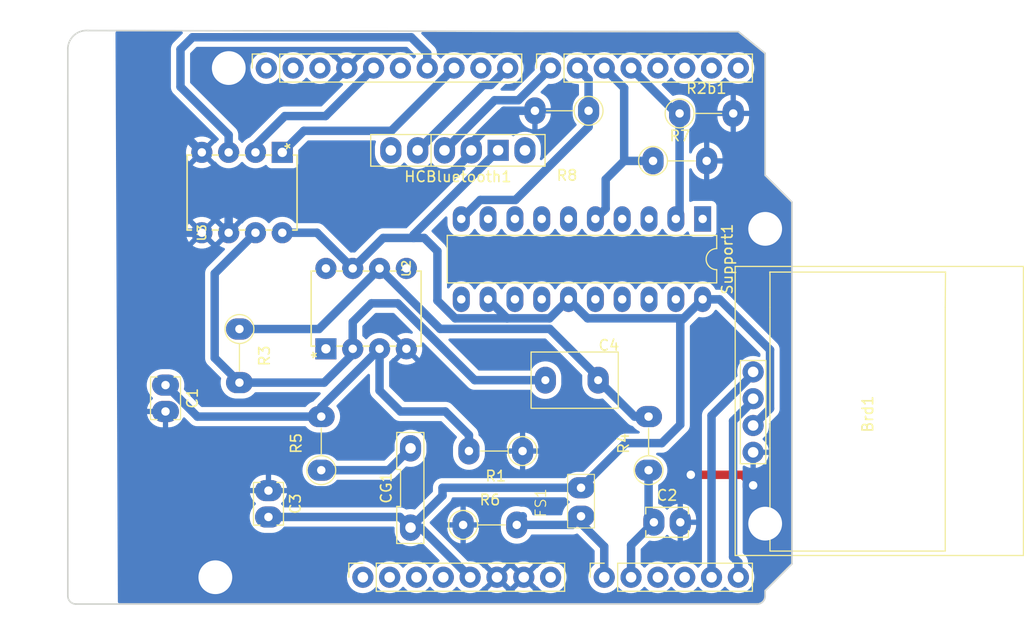
<source format=kicad_pcb>
(kicad_pcb (version 20221018) (generator pcbnew)
  (title_block (date "mar. 31 mars 2015"))
  (layers (0 "F.Cu" signal) (31 "B.Cu" signal) (34 "B.Paste" user) (35 "F.Paste" user) (36 "B.SilkS" user "B.Silkscreen") (37 "F.SilkS" user "F.Silkscreen") (38 "B.Mask" user) (39 "F.Mask" user) (44 "Edge.Cuts" user))
  (net 0 "")
  (net 1 "GND")
  (net 3 "+5V")
  (net 4 "/IOREF")
  (net 5 "/A0")
  (net 6 "/A1")
  (net 7 "/A2")
  (net 8 "/A3")
  (net 9 "/SDA{slash}A4")
  (net 10 "/SCL{slash}A5")
  (net 11 "/13")
  (net 12 "/12")
  (net 13 "/AREF")
  (net 14 "/8")
  (net 15 "/7")
  (net 16 "/*11")
  (net 17 "/*10")
  (net 18 "/*9")
  (net 19 "/4")
  (net 20 "/2")
  (net 21 "/*6")
  (net 22 "/*5")
  (net 23 "/TX{slash}1")
  (net 24 "/*3")
  (net 25 "/RX{slash}0")
  (net 26 "+3V3")
  (net 27 "VCC")
  (net 28 "/~{RESET}")
  (net 29 "Net-(U2-+IN)")
  (net 30 "Net-(U2-OUT)")
  (net 31 "/R2")
  (net 34 "Net-(CG1-Vout)")
  (footprint "Connector_PinSocket_2.54mm:PinSocket_1x08_P2.54mm_Vertical" (layer "F.Cu") (at 127.94 97.46 90)
    (fp_text reference "J1" hide)
    (fp_text value "Power")
    (fp_line (start -1.33 1.27) (end -1.33 19.11) (stroke (width 0.12)) (layer "F.SilkS"))
    (fp_line (start -1.33 1.27) (end 1.33 1.27) (stroke (width 0.12)) (layer "F.SilkS"))
    (fp_line (start -1.33 19.11) (end 1.33 19.11) (stroke (width 0.12)) (layer "F.SilkS"))
    (fp_line (start 0 -1.33) (end 1.33 -1.33) (stroke (width 0.12)) (layer "F.SilkS"))
    (fp_line (start 1.33 -1.33) (end 1.33 0) (stroke (width 0.12)) (layer "F.SilkS"))
    (fp_line (start 1.33 1.27) (end 1.33 19.11) (stroke (width 0.12)) (layer "F.SilkS"))
    (pad "1" thru_hole circle locked (at 0 0 90) (size 2 2) (drill 1) (layers "*.Cu" "*.Mask"))
    (pad "2" thru_hole circle locked (at 0 2.54 90) (size 2 2) (drill 1) (layers "*.Cu" "*.Mask") (net 4 "/IOREF"))
    (pad "3" thru_hole circle locked (at 0 5.08 90) (size 2 2) (drill 1) (layers "*.Cu" "*.Mask") (net 28 "/~{RESET}"))
    (pad "4" thru_hole circle locked (at 0 7.62 90) (size 2 2) (drill 1) (layers "*.Cu" "*.Mask") (net 26 "+3V3"))
    (pad "5" thru_hole circle locked (at 0 10.16 90) (size 2 2) (drill 1) (layers "*.Cu" "*.Mask") (net 3 "+5V"))
    (pad "6" thru_hole circle locked (at 0 12.7 90) (size 2 2) (drill 1) (layers "*.Cu" "*.Mask") (net 1 "GND"))
    (pad "7" thru_hole circle locked (at 0 15.24 90) (size 2 2) (drill 1) (layers "*.Cu" "*.Mask") (net 1 "GND"))
    (pad "8" thru_hole circle locked (at 0 17.78 90) (size 2 2) (drill 1) (layers "*.Cu" "*.Mask") (net 27 "VCC"))
  )
  (footprint "Connector_PinSocket_2.54mm:PinSocket_1x06_P2.54mm_Vertical" (layer "F.Cu") (at 150.8 97.46 90)
    (fp_text reference "J3" hide)
    (fp_text value "Analog")
    (fp_line (start -1.33 1.27) (end -1.33 14.03) (stroke (width 0.12)) (layer "F.SilkS"))
    (fp_line (start -1.33 1.27) (end 1.33 1.27) (stroke (width 0.12)) (layer "F.SilkS"))
    (fp_line (start -1.33 14.03) (end 1.33 14.03) (stroke (width 0.12)) (layer "F.SilkS"))
    (fp_line (start 0 -1.33) (end 1.33 -1.33) (stroke (width 0.12)) (layer "F.SilkS"))
    (fp_line (start 1.33 -1.33) (end 1.33 0) (stroke (width 0.12)) (layer "F.SilkS"))
    (fp_line (start 1.33 1.27) (end 1.33 14.03) (stroke (width 0.12)) (layer "F.SilkS"))
    (pad "1" thru_hole circle locked (at 0 0 90) (size 2 2) (drill 1) (layers "*.Cu" "*.Mask") (net 5 "/A0"))
    (pad "2" thru_hole circle locked (at 0 2.54 90) (size 2 2) (drill 1) (layers "*.Cu" "*.Mask") (net 6 "/A1"))
    (pad "3" thru_hole circle locked (at 0 5.08 90) (size 2 2) (drill 1) (layers "*.Cu" "*.Mask") (net 7 "/A2"))
    (pad "4" thru_hole circle locked (at 0 7.62 90) (size 2 2) (drill 1) (layers "*.Cu" "*.Mask") (net 8 "/A3"))
    (pad "5" thru_hole circle locked (at 0 10.16 90) (size 2 2) (drill 1) (layers "*.Cu" "*.Mask") (net 9 "/SDA{slash}A4"))
    (pad "6" thru_hole circle locked (at 0 12.7 90) (size 2 2) (drill 1) (layers "*.Cu" "*.Mask") (net 10 "/SCL{slash}A5"))
  )
  (footprint "Connector_PinSocket_2.54mm:PinSocket_1x10_P2.54mm_Vertical" (layer "F.Cu") (at 118.796 49.2 90)
    (fp_text reference "J2" hide)
    (fp_text value "Digital/PWM")
    (fp_line (start -1.33 1.27) (end -1.33 24.19) (stroke (width 0.12)) (layer "F.SilkS"))
    (fp_line (start -1.33 1.27) (end 1.33 1.27) (stroke (width 0.12)) (layer "F.SilkS"))
    (fp_line (start -1.33 24.19) (end 1.33 24.19) (stroke (width 0.12)) (layer "F.SilkS"))
    (fp_line (start 0 -1.33) (end 1.33 -1.33) (stroke (width 0.12)) (layer "F.SilkS"))
    (fp_line (start 1.33 -1.33) (end 1.33 0) (stroke (width 0.12)) (layer "F.SilkS"))
    (fp_line (start 1.33 1.27) (end 1.33 24.19) (stroke (width 0.12)) (layer "F.SilkS"))
    (pad "1" thru_hole circle locked (at 0 0 90) (size 2 2) (drill 1) (layers "*.Cu" "*.Mask") (net 10 "/SCL{slash}A5"))
    (pad "2" thru_hole circle locked (at 0 2.54 90) (size 2 2) (drill 1) (layers "*.Cu" "*.Mask") (net 9 "/SDA{slash}A4"))
    (pad "3" thru_hole circle locked (at 0 5.08 90) (size 2 2) (drill 1) (layers "*.Cu" "*.Mask") (net 13 "/AREF"))
    (pad "4" thru_hole circle locked (at 0 7.62 90) (size 2 2) (drill 1) (layers "*.Cu" "*.Mask") (net 1 "GND"))
    (pad "5" thru_hole circle locked (at 0 10.16 90) (size 2 2) (drill 1) (layers "*.Cu" "*.Mask") (net 11 "/13"))
    (pad "6" thru_hole circle locked (at 0 12.7 90) (size 2 2) (drill 1) (layers "*.Cu" "*.Mask") (net 12 "/12"))
    (pad "7" thru_hole circle locked (at 0 15.24 90) (size 2 2) (drill 1) (layers "*.Cu" "*.Mask") (net 16 "/*11"))
    (pad "8" thru_hole circle locked (at 0 17.78 90) (size 2 2) (drill 1) (layers "*.Cu" "*.Mask") (net 17 "/*10"))
    (pad "9" thru_hole circle locked (at 0 20.32 90) (size 2 2) (drill 1) (layers "*.Cu" "*.Mask") (net 18 "/*9"))
    (pad "10" thru_hole circle locked (at 0 22.86 90) (size 2 2) (drill 1) (layers "*.Cu" "*.Mask") (net 14 "/8"))
  )
  (footprint "Connector_PinSocket_2.54mm:PinSocket_1x08_P2.54mm_Vertical" (layer "F.Cu") (at 145.72 49.2 90)
    (fp_text reference "J4" hide)
    (fp_text value "Digital/PWM")
    (fp_line (start -1.33 1.27) (end -1.33 19.11) (stroke (width 0.12)) (layer "F.SilkS"))
    (fp_line (start -1.33 1.27) (end 1.33 1.27) (stroke (width 0.12)) (layer "F.SilkS"))
    (fp_line (start -1.33 19.11) (end 1.33 19.11) (stroke (width 0.12)) (layer "F.SilkS"))
    (fp_line (start 0 -1.33) (end 1.33 -1.33) (stroke (width 0.12)) (layer "F.SilkS"))
    (fp_line (start 1.33 -1.33) (end 1.33 0) (stroke (width 0.12)) (layer "F.SilkS"))
    (fp_line (start 1.33 1.27) (end 1.33 19.11) (stroke (width 0.12)) (layer "F.SilkS"))
    (pad "1" thru_hole circle locked (at 0 0 90) (size 2 2) (drill 1) (layers "*.Cu" "*.Mask") (net 15 "/7"))
    (pad "2" thru_hole circle locked (at 0 2.54 90) (size 2 2) (drill 1) (layers "*.Cu" "*.Mask") (net 21 "/*6"))
    (pad "3" thru_hole circle locked (at 0 5.08 90) (size 2 2) (drill 1) (layers "*.Cu" "*.Mask") (net 22 "/*5"))
    (pad "4" thru_hole circle locked (at 0 7.62 90) (size 2 2) (drill 1) (layers "*.Cu" "*.Mask") (net 19 "/4"))
    (pad "5" thru_hole circle locked (at 0 10.16 90) (size 2 2) (drill 1) (layers "*.Cu" "*.Mask") (net 24 "/*3"))
    (pad "6" thru_hole circle locked (at 0 12.7 90) (size 2 2) (drill 1) (layers "*.Cu" "*.Mask") (net 20 "/2"))
    (pad "7" thru_hole circle locked (at 0 15.24 90) (size 2 2) (drill 1) (layers "*.Cu" "*.Mask") (net 23 "/TX{slash}1"))
    (pad "8" thru_hole circle locked (at 0 17.78 90) (size 2 2) (drill 1) (layers "*.Cu" "*.Mask") (net 25 "/RX{slash}0"))
  )
  (footprint "Library_Empreinte:Bluetooth_HC-05" (layer "F.Cu") (at 136.94 57)
    (fp_text reference "HCBluetooth1" (at 0 2.5) (layer "F.SilkS"))
    (fp_text value "~")
    (fp_line (start -8.255 -1.5) (end 8.255 -1.5) (stroke (width 0.12)) (layer "F.SilkS"))
    (fp_line (start -8.255 1.5) (end -8.255 -1.5) (stroke (width 0.12)) (layer "F.SilkS"))
    (fp_line (start -2.54 -1.5) (end -2.54 1.5) (stroke (width 0.12)) (layer "F.SilkS"))
    (fp_line (start 8.255 -1.5) (end 8.255 1.5) (stroke (width 0.12)) (layer "F.SilkS"))
    (fp_line (start 8.255 1.5) (end -8.255 1.5) (stroke (width 0.12)) (layer "F.SilkS"))
    (pad "1" thru_hole oval (at -3.81 0) (size 2 2.5) (drill 1) (layers "*.Cu" "*.Mask") (net 14 "/8"))
    (pad "2" thru_hole oval (at -1.27 0) (size 2 2.5) (drill 1) (layers "*.Cu" "*.Mask") (net 15 "/7"))
    (pad "3" thru_hole oval (at 1.27 0) (size 2 2.5) (drill 1) (layers "*.Cu" "*.Mask") (net 1 "GND"))
    (pad "4" thru_hole rect (at 3.81 0) (size 2 2) (drill 1) (layers "*.Cu" "*.Mask") (net 3 "+5V"))
    (pad "5" thru_hole oval (at -6.35 0) (size 2 2.5) (drill 1) (layers "*.Cu" "*.Mask"))
    (pad "6" thru_hole oval (at 6.35 0) (size 2 2.5) (drill 1) (layers "*.Cu" "*.Mask"))
  )
  (footprint "Library_Empreinte:LTC" (layer "F.Cu") (at 132.06 68.19 90)
    (fp_text reference "U2" (at 0 0 90) (layer "F.SilkS") (effects (font (size 0.787402 0.787402))))
    (fp_text value "LTC1050ACN8")
    (fp_text user "*" (at -8.2042 -8.4328 90) (layer "F.SilkS"))
    (fp_line (start -7.366 -9.017) (end -7.366 -8.6614) (stroke (width 0.1524)) (layer "F.SilkS"))
    (fp_line (start -7.366 -6.5786) (end -7.366 -6.0706) (stroke (width 0.1524)) (layer "F.SilkS"))
    (fp_line (start -7.366 -4.0894) (end -7.366 -3.5306) (stroke (width 0.1524)) (layer "F.SilkS"))
    (fp_line (start -7.366 -1.5494) (end -7.366 -0.9906) (stroke (width 0.1524)) (layer "F.SilkS"))
    (fp_line (start -7.366 0.9906) (end -7.366 1.397) (stroke (width 0.1524)) (layer "F.SilkS"))
    (fp_line (start -7.366 1.397) (end -0.254 1.397) (stroke (width 0.1524)) (layer "F.SilkS"))
    (fp_line (start -0.254 -9.017) (end -7.366 -9.017) (stroke (width 0.1524)) (layer "F.SilkS"))
    (fp_line (start -0.254 -8.6106) (end -0.254 -9.017) (stroke (width 0.1524)) (layer "F.SilkS"))
    (fp_line (start -0.254 -6.0706) (end -0.254 -6.6294) (stroke (width 0.1524)) (layer "F.SilkS"))
    (fp_line (start -0.254 -3.5306) (end -0.254 -4.0894) (stroke (width 0.1524)) (layer "F.SilkS"))
    (fp_line (start -0.254 -0.9906) (end -0.254 -1.5494) (stroke (width 0.1524)) (layer "F.SilkS"))
    (fp_line (start -0.254 1.397) (end -0.254 0.9906) (stroke (width 0.1524)) (layer "F.SilkS"))
    (pad "1" thru_hole rect (at -7.62 -7.62 90) (size 2 2) (drill 0.889) (layers "*.Cu" "*.Mask"))
    (pad "2" thru_hole circle (at -7.62 -5.08 90) (size 2 2) (drill 0.8) (layers "*.Cu" "*.Mask") (net 31 "/R2"))
    (pad "3" thru_hole circle (at -7.62 -2.54 90) (size 2 2) (drill 0.8) (layers "*.Cu" "*.Mask") (net 29 "Net-(U2-+IN)"))
    (pad "4" thru_hole circle (at -7.62 0 90) (size 2 2) (drill 0.8) (layers "*.Cu" "*.Mask") (net 1 "GND"))
    (pad "5" thru_hole circle (at 0 0 90) (size 2 2) (drill 0.8) (layers "*.Cu" "*.Mask"))
    (pad "6" thru_hole circle (at 0 -2.54 90) (size 2 2) (drill 0.8) (layers "*.Cu" "*.Mask") (net 30 "Net-(U2-OUT)"))
    (pad "7" thru_hole circle (at 0 -5.08 90) (size 2 2) (drill 0.8) (layers "*.Cu" "*.Mask") (net 3 "+5V"))
    (pad "8" thru_hole circle (at 0 -7.62 90) (size 2 2) (drill 0.8) (layers "*.Cu" "*.Mask"))
  )
  (footprint "Library_Empreinte:C4" (layer "F.Cu") (at 147.6825 76.2415)
    (fp_text reference "C4" (at 3.556 -0.762 unlocked) (layer "F.SilkS"))
    (fp_text value "C")
    (fp_rect (start -3.81 -0.127) (end 4.445 5.207) (stroke (width 0.12)) (fill none) (layer "F.SilkS"))
    (pad "1" thru_hole oval (at -2.46 2.54) (size 2 2.54) (drill 0.762) (layers "*.Cu" "*.Mask") (net 31 "/R2"))
    (pad "2" thru_hole oval (at 2.54 2.54) (size 2 2.54) (drill 0.762) (layers "*.Cu" "*.Mask") (net 30 "Net-(U2-OUT)"))
  )
  (footprint "Resistor_THT:R_Axial_DIN0207_L6.3mm_D2.5mm_P5.08mm_Vertical" (layer "F.Cu") (at 155 87.315 90)
    (fp_text reference "R4" (at 2.54 -2.37 90) (layer "F.SilkS"))
    (fp_text value "R" hide)
    (fp_line (start 1.37 0) (end 3.98 0) (stroke (width 0.12)) (layer "F.SilkS"))
    (fp_circle (center 0 0) (end 1.37 0) (stroke (width 0.12)) (fill none) (layer "F.SilkS"))
    (pad "1" thru_hole oval (at 0 0 90) (size 2 2.54) (drill 0.8) (layers "*.Cu" "*.Mask") (net 6 "/A1"))
    (pad "2" thru_hole oval (at 5.08 0 90) (size 2 2.54) (drill 0.8) (layers "*.Cu" "*.Mask") (net 30 "Net-(U2-OUT)"))
  )
  (footprint "Resistor_THT:R_Axial_DIN0207_L6.3mm_D2.5mm_P5.08mm_Vertical" (layer "F.Cu") (at 137.435 92.5)
    (fp_text reference "R6" (at 2.54 -2.37) (layer "F.SilkS"))
    (fp_text value "R")
    (fp_line (start 1.37 0) (end 3.98 0) (stroke (width 0.12)) (layer "F.SilkS"))
    (fp_circle (center 0 0) (end 1.37 0) (stroke (width 0.12)) (fill none) (layer "F.SilkS"))
    (pad "1" thru_hole oval (at 0 0) (size 2 2.54) (drill 0.8) (layers "*.Cu" "*.Mask") (net 1 "GND"))
    (pad "2" thru_hole oval (at 5.08 0) (size 2 2.54) (drill 0.8) (layers "*.Cu" "*.Mask") (net 5 "/A0"))
  )
  (footprint "Library_Empreinte:capa" (layer "F.Cu") (at 109.25 79.25 -90)
    (fp_text reference "C1" (at 1.25 -2.55 90) (layer "F.SilkS"))
    (fp_text value "C")
    (fp_line (start -0.77 -1.42) (end -0.77 -0.795) (stroke (width 0.12)) (layer "F.SilkS"))
    (fp_line (start -0.77 -1.42) (end 3.27 -1.42) (stroke (width 0.12)) (layer "F.SilkS"))
    (fp_line (start -0.77 0.795) (end -0.77 1.42) (stroke (width 0.12)) (layer "F.SilkS"))
    (fp_line (start -0.77 1.42) (end 3.27 1.42) (stroke (width 0.12)) (layer "F.SilkS"))
    (fp_line (start 3.27 -1.42) (end 3.27 -0.795) (stroke (width 0.12)) (layer "F.SilkS"))
    (fp_line (start 3.27 0.795) (end 3.27 1.42) (stroke (width 0.12)) (layer "F.SilkS"))
    (pad "1" thru_hole oval (at 0 0 270) (size 2 2.54) (drill 0.8) (layers "*.Cu" "*.Mask") (net 29 "Net-(U2-+IN)"))
    (pad "2" thru_hole oval (at 2.5 0 270) (size 2 2.54) (drill 0.8) (layers "*.Cu" "*.Mask") (net 1 "GND"))
  )
  (footprint "Library_Empreinte:FlexSensor" (layer "F.Cu") (at 147.33 90.41 90)
    (fp_text reference "FS1" (at 0 -2.54 90 unlocked) (layer "F.SilkS") (effects (font (thickness 0.1))))
    (fp_text value "~")
    (fp_rect (start -2.38 0) (end 2.7 2.54) (stroke (width 0.1)) (fill none) (layer "F.SilkS"))
    (pad "1" thru_hole oval (at -1.27 1.27 90) (size 2 2.54) (drill 0.8) (layers "*.Cu" "*.Mask") (net 5 "/A0"))
    (pad "2" thru_hole oval (at 1.43 1.27 90) (size 2 2.54) (drill 0.8) (layers "*.Cu" "*.Mask") (net 3 "+5V"))
  )
  (footprint "Resistor_THT:R_Axial_DIN0207_L6.3mm_D2.5mm_P5.08mm_Vertical" (layer "F.Cu") (at 157.935 53.5)
    (fp_text reference "R2b1" (at 2.54 -2.37) (layer "F.SilkS"))
    (fp_text value "R")
    (fp_line (start 1.37 0) (end 3.98 0) (stroke (width 0.12)) (layer "F.SilkS"))
    (fp_circle (center 0 0) (end 1.37 0) (stroke (width 0.12)) (fill none) (layer "F.SilkS"))
    (pad "1" thru_hole oval (at 0 0) (size 2 2.54) (drill 0.8) (layers "*.Cu" "*.Mask") (net 19 "/4"))
    (pad "2" thru_hole oval (at 5.08 0) (size 2 2.54) (drill 0.8) (layers "*.Cu" "*.Mask") (net 1 "GND"))
  )
  (footprint "Library_Empreinte:CG" (layer "F.Cu") (at 132.25 89)
    (fp_text reference "CG1" (at -2.1 0 90) (layer "F.SilkS"))
    (fp_text value "~")
    (fp_line (start -1.1 -1.753333) (end -0.739999 -1.753333) (stroke (width 0.12)) (layer "F.SilkS"))
    (fp_line (start -1.1 1.753333) (end -1.1 5.26) (stroke (width 0.12)) (layer "F.SilkS"))
    (fp_line (start -1.1 5.26) (end 1.4732 5.26) (stroke (width 0.12)) (layer "F.SilkS"))
    (fp_line (start -1.099999 -5.26) (end -1.1 -1.753333) (stroke (width 0.12)) (layer "F.SilkS"))
    (fp_line (start -0.74 1.753333) (end -1.1 1.753333) (stroke (width 0.12)) (layer "F.SilkS"))
    (fp_line (start -0.739999 -1.753333) (end -0.74 1.753333) (stroke (width 0.12)) (layer "F.SilkS"))
    (fp_line (start 1.4732 -5.26) (end -1.099999 -5.26) (stroke (width 0.12)) (layer "F.SilkS"))
    (fp_line (start 1.4732 5.26) (end 1.4732 -5.2324) (stroke (width 0.12)) (layer "F.SilkS"))
    (pad "1" thru_hole oval (at 0.2032 3.76) (size 2 2.5) (drill 1) (layers "*.Cu" "*.Mask") (net 3 "+5V"))
    (pad "2" thru_hole oval (at 0.2032 -3.76) (size 2 2.5) (drill 1) (layers "*.Cu" "*.Mask") (net 34 "Net-(CG1-Vout)"))
  )
  (footprint "Library_Empreinte:capa" (layer "F.Cu") (at 119 89.25 -90)
    (fp_text reference "C3" (at 1.25 -2.55 90) (layer "F.SilkS"))
    (fp_text value "C")
    (fp_line (start -0.77 -1.42) (end -0.77 -0.795) (stroke (width 0.12)) (layer "F.SilkS"))
    (fp_line (start -0.77 -1.42) (end 3.27 -1.42) (stroke (width 0.12)) (layer "F.SilkS"))
    (fp_line (start -0.77 0.795) (end -0.77 1.42) (stroke (width 0.12)) (layer "F.SilkS"))
    (fp_line (start -0.77 1.42) (end 3.27 1.42) (stroke (width 0.12)) (layer "F.SilkS"))
    (fp_line (start 3.27 -1.42) (end 3.27 -0.795) (stroke (width 0.12)) (layer "F.SilkS"))
    (fp_line (start 3.27 0.795) (end 3.27 1.42) (stroke (width 0.12)) (layer "F.SilkS"))
    (pad "1" thru_hole oval (at 0 0 270) (size 2 2.54) (drill 0.8) (layers "*.Cu" "*.Mask") (net 1 "GND"))
    (pad "2" thru_hole oval (at 2.5 0 270) (size 2 2.54) (drill 0.8) (layers "*.Cu" "*.Mask") (net 3 "+5V"))
  )
  (footprint "Library_Empreinte:128x64OLED" (layer "F.Cu") (at 175.5 82 90)
    (fp_text reference "Brd1" (at 0 0.254 90) (layer "F.SilkS"))
    (fp_text value "SSD1306")
    (fp_line (start -13.4 -12.3) (end 14 -12.3) (stroke (width 0.12)) (layer "F.SilkS"))
    (fp_line (start -13.4 15) (end -13.4 -12.3) (stroke (width 0.12)) (layer "F.SilkS"))
    (fp_line (start -12.978 -9.005) (end 10.122 -9.005) (stroke (width 0.12)) (layer "F.SilkS"))
    (fp_line (start -12.978 7.595) (end -12.978 -9.005) (stroke (width 0.12)) (layer "F.SilkS"))
    (fp_line (start -4.699 -11.811) (end -4.699 -9.398) (stroke (width 0.12)) (layer "F.SilkS"))
    (fp_line (start -4.699 -11.811) (end 5.08 -11.811) (stroke (width 0.12)) (layer "F.SilkS"))
    (fp_line (start 5.08 -11.811) (end 5.08 -9.398) (stroke (width 0.12)) (layer "F.SilkS"))
    (fp_line (start 5.08 -9.398) (end -4.699 -9.398) (stroke (width 0.12)) (layer "F.SilkS"))
    (fp_line (start 10.122 -9.005) (end 13.208 -9.005) (stroke (width 0.12)) (layer "F.SilkS"))
    (fp_line (start 10.122 7.595) (end -12.978 7.595) (stroke (width 0.12)) (layer "F.SilkS"))
    (fp_line (start 10.122 7.595) (end 13.462 7.62) (stroke (width 0.12)) (layer "F.SilkS"))
    (fp_line (start 13.462 -9.017) (end 13.208 -9.005) (stroke (width 0.12)) (layer "F.SilkS"))
    (fp_line (start 13.462 7.62) (end 13.462 -9.017) (stroke (width 0.12)) (layer "F.SilkS"))
    (fp_line (start 14 -12.3) (end 14 15) (stroke (width 0.12)) (layer "F.SilkS"))
    (fp_line (start 14 15) (end -13.4 15) (stroke (width 0.12)) (layer "F.SilkS"))
    (pad "1" thru_hole oval (at -3.62 -10.6 180) (size 2 2) (drill 1) (layers "*.Cu" "*.Mask") (net 1 "GND"))
    (pad "2" thru_hole oval (at -1.08 -10.6 180) (size 2 2) (drill 1) (layers "*.Cu" "*.Mask") (net 3 "+5V"))
    (pad "3" thru_hole oval (at 1.46 -10.6 180) (size 2 2) (drill 1) (layers "*.Cu" "*.Mask") (net 10 "/SCL{slash}A5"))
    (pad "4" thru_hole oval (at 4 -10.6 180) (size 2 2) (drill 1) (layers "*.Cu" "*.Mask") (net 9 "/SDA{slash}A4"))
  )
  (footprint "Resistor_THT:R_Axial_DIN0207_L6.3mm_D2.5mm_P5.08mm_Vertical" (layer "F.Cu") (at 124 87.315 90)
    (fp_text reference "R5" (at 2.54 -2.37 90) (layer "F.SilkS"))
    (fp_text value "R")
    (fp_line (start 1.37 0) (end 3.98 0) (stroke (width 0.12)) (layer "F.SilkS"))
    (fp_circle (center 0 0) (end 1.37 0) (stroke (width 0.12)) (fill none) (layer "F.SilkS"))
    (pad "1" thru_hole oval (at 0 0 90) (size 2 2.54) (drill 0.8) (layers "*.Cu" "*.Mask") (net 34 "Net-(CG1-Vout)"))
    (pad "2" thru_hole oval (at 5.08 0 90) (size 2 2.54) (drill 0.8) (layers "*.Cu" "*.Mask") (net 29 "Net-(U2-+IN)"))
  )
  (footprint "Library_Empreinte:LTC" (layer "F.Cu") (at 112.69 64.81 -90)
    (fp_text reference "U3" (at 0 0 90) (layer "F.SilkS") (effects (font (size 0.787402 0.787402))))
    (fp_text value "MCP41100")
    (fp_text user "*" (at -8.2042 -8.4328 90) (layer "F.SilkS"))
    (fp_line (start -7.366 -9.017) (end -7.366 -8.6614) (stroke (width 0.1524)) (layer "F.SilkS"))
    (fp_line (start -7.366 -6.5786) (end -7.366 -6.0706) (stroke (width 0.1524)) (layer "F.SilkS"))
    (fp_line (start -7.366 -4.0894) (end -7.366 -3.5306) (stroke (width 0.1524)) (layer "F.SilkS"))
    (fp_line (start -7.366 -1.5494) (end -7.366 -0.9906) (stroke (width 0.1524)) (layer "F.SilkS"))
    (fp_line (start -7.366 0.9906) (end -7.366 1.397) (stroke (width 0.1524)) (layer "F.SilkS"))
    (fp_line (start -7.366 1.397) (end -0.254 1.397) (stroke (width 0.1524)) (layer "F.SilkS"))
    (fp_line (start -0.254 -9.017) (end -7.366 -9.017) (stroke (width 0.1524)) (layer "F.SilkS"))
    (fp_line (start -0.254 -8.6106) (end -0.254 -9.017) (stroke (width 0.1524)) (layer "F.SilkS"))
    (fp_line (start -0.254 -6.0706) (end -0.254 -6.6294) (stroke (width 0.1524)) (layer "F.SilkS"))
    (fp_line (start -0.254 -3.5306) (end -0.254 -4.0894) (stroke (width 0.1524)) (layer "F.SilkS"))
    (fp_line (start -0.254 -0.9906) (end -0.254 -1.5494) (stroke (width 0.1524)) (layer "F.SilkS"))
    (fp_line (start -0.254 1.397) (end -0.254 0.9906) (stroke (width 0.1524)) (layer "F.SilkS"))
    (pad "1" thru_hole rect (at -7.62 -7.62 270) (size 2 2) (drill 0.889) (layers "*.Cu" "*.Mask") (net 17 "/*10"))
    (pad "2" thru_hole circle (at -7.62 -5.08 270) (size 2 2) (drill 0.8) (layers "*.Cu" "*.Mask") (net 11 "/13"))
    (pad "3" thru_hole circle (at -7.62 -2.54 270) (size 2 2) (drill 0.8) (layers "*.Cu" "*.Mask") (net 16 "/*11"))
    (pad "4" thru_hole circle (at -7.62 0 270) (size 2 2) (drill 0.8) (layers "*.Cu" "*.Mask") (net 1 "GND"))
    (pad "5" thru_hole circle (at 0 0 270) (size 2 2) (drill 0.8) (layers "*.Cu" "*.Mask") (net 1 "GND"))
    (pad "6" thru_hole circle (at 0 -2.54 270) (size 2 2) (drill 0.8) (layers "*.Cu" "*.Mask") (net 1 "GND"))
    (pad "7" thru_hole circle (at 0 -5.08 270) (size 2 2) (drill 0.8) (layers "*.Cu" "*.Mask") (net 31 "/R2"))
    (pad "8" thru_hole circle (at 0 -7.62 270) (size 2 2) (drill 0.8) (layers "*.Cu" "*.Mask") (net 3 "+5V"))
  )
  (footprint "Library_Empreinte:capa" (layer "F.Cu") (at 155.5 92.25)
    (fp_text reference "C2" (at 1.25 -2.55) (layer "F.SilkS"))
    (fp_text value "C")
    (fp_line (start -0.77 -1.42) (end -0.77 -0.795) (stroke (width 0.12)) (layer "F.SilkS"))
    (fp_line (start -0.77 -1.42) (end 3.27 -1.42) (stroke (width 0.12)) (layer "F.SilkS"))
    (fp_line (start -0.77 0.795) (end -0.77 1.42) (stroke (width 0.12)) (layer "F.SilkS"))
    (fp_line (start -0.77 1.42) (end 3.27 1.42) (stroke (width 0.12)) (layer "F.SilkS"))
    (fp_line (start 3.27 -1.42) (end 3.27 -0.795) (stroke (width 0.12)) (layer "F.SilkS"))
    (fp_line (start 3.27 0.795) (end 3.27 1.42) (stroke (width 0.12)) (layer "F.SilkS"))
    (pad "1" thru_hole oval (at 0 0) (size 2 2.54) (drill 0.8) (layers "*.Cu" "*.Mask") (net 6 "/A1"))
    (pad "2" thru_hole oval (at 2.5 0) (size 2 2.54) (drill 0.8) (layers "*.Cu" "*.Mask") (net 1 "GND"))
  )
  (footprint "Arduino_MountingHole:MountingHole_3.2mm" (layer "F.Cu") (at 115.24 49.2)
    (fp_text reference "MH1" hide)
    (fp_text value "MountingHole_3.2mm" hide)
    (pad "" np_thru_hole circle locked (at 0 0) (size 3.2 3.2) (drill 3.2) (layers "*.Cu" "*.Mask"))
  )
  (footprint "Library_Empreinte:DIP-20_W7.62mm_LongPads" (layer "F.Cu") (at 160.12 63.5 -90)
    (fp_text reference "Support1" (at 3.81 -2.33 90) (layer "F.SilkS"))
    (fp_text value "~")
    (fp_line (start 1.56 -1.33) (end 1.56 24.19) (stroke (width 0.12)) (layer "F.SilkS"))
    (fp_line (start 1.56 24.19) (end 6.06 24.19) (stroke (width 0.12)) (layer "F.SilkS"))
    (fp_line (start 2.81 -1.33) (end 1.56 -1.33) (stroke (width 0.12)) (layer "F.SilkS"))
    (fp_line (start 6.06 -1.33) (end 4.81 -1.33) (stroke (width 0.12)) (layer "F.SilkS"))
    (fp_line (start 6.06 24.19) (end 6.06 -1.33) (stroke (width 0.12)) (layer "F.SilkS"))
    (fp_arc (start 4.81 -1.33) (mid 3.81 -0.33) (end 2.81 -1.33) (stroke (width 0.12)) (layer "F.SilkS"))
    (pad "1" thru_hole rect (at 0 0 270) (size 2.4 1.6) (drill 0.8) (layers "*.Cu" "*.Mask") (net 3 "+5V"))
    (pad "1" thru_hole oval (at 7.62 0 270) (size 2.4 1.6) (drill 0.8) (layers "*.Cu" "*.Mask") (net 3 "+5V"))
    (pad "2" thru_hole oval (at 0 2.54 270) (size 2.4 1.6) (drill 0.8) (layers "*.Cu" "*.Mask") (net 19 "/4"))
    (pad "2" thru_hole oval (at 7.62 2.54 270) (size 2.4 1.6) (drill 0.8) (layers "*.Cu" "*.Mask") (net 19 "/4"))
    (pad "3" thru_hole oval (at 0 10.16 270) (size 2.4 1.6) (drill 0.8) (layers "*.Cu" "*.Mask") (net 22 "/*5"))
    (pad "3" thru_hole oval (at 7.62 10.16 270) (size 2.4 1.6) (drill 0.8) (layers "*.Cu" "*.Mask") (net 22 "/*5"))
    (pad "4" thru_hole oval (at 0 12.7 270) (size 2.4 1.6) (drill 0.8) (layers "*.Cu" "*.Mask") (net 3 "+5V"))
    (pad "4" thru_hole oval (at 7.62 12.7 270) (size 2.4 1.6) (drill 0.8) (layers "*.Cu" "*.Mask") (net 3 "+5V"))
    (pad "5" thru_hole oval (at 0 20.32 270) (size 2.4 1.6) (drill 0.8) (layers "*.Cu" "*.Mask") (net 3 "+5V"))
    (pad "5" thru_hole oval (at 7.62 20.32 270) (size 2.4 1.6) (drill 0.8) (layers "*.Cu" "*.Mask") (net 3 "+5V"))
    (pad "6" thru_hole oval (at 0 22.86 270) (size 2.4 1.6) (drill 0.8) (layers "*.Cu" "*.Mask") (net 21 "/*6"))
    (pad "6" thru_hole oval (at 7.62 22.86 270) (size 2.4 1.6) (drill 0.8) (layers "*.Cu" "*.Mask") (net 21 "/*6"))
    (pad "13" thru_hole oval (at 7.62 17.78 270) (size 2.4 1.6) (drill 0.8) (layers "*.Cu" "*.Mask"))
    (pad "14" thru_hole oval (at 7.62 15.24 270) (size 2.4 1.6) (drill 0.8) (layers "*.Cu" "*.Mask"))
    (pad "17" thru_hole oval (at 7.62 7.62 270) (size 2.4 1.6) (drill 0.8) (layers "*.Cu" "*.Mask"))
    (pad "18" thru_hole oval (at 7.62 5.08 270) (size 2.4 1.6) (drill 0.8) (layers "*.Cu" "*.Mask"))
    (pad "21" thru_hole oval (at 0 5.08 270) (size 2.4 1.6) (drill 0.8) (layers "*.Cu" "*.Mask"))
    (pad "22" thru_hole oval (at 0 7.62 270) (size 2.4 1.6) (drill 0.8) (layers "*.Cu" "*.Mask"))
    (pad "23" thru_hole oval (at 0 15.24 270) (size 2.4 1.6) (drill 0.8) (layers "*.Cu" "*.Mask"))
    (pad "24" thru_hole oval (at 0 17.78 270) (size 2.4 1.6) (drill 0.8) (layers "*.Cu" "*.Mask"))
  )
  (footprint "Resistor_THT:R_Axial_DIN0207_L6.3mm_D2.5mm_P5.08mm_Vertical" (layer "F.Cu") (at 155.42 58)
    (fp_text reference "R7" (at 2.54 -2.37) (layer "F.SilkS"))
    (fp_text value "R")
    (fp_line (start 1.37 0) (end 3.98 0) (stroke (width 0.12)) (layer "F.SilkS"))
    (fp_circle (center 0 0) (end 1.37 0) (stroke (width 0.12)) (fill none) (layer "F.SilkS"))
    (pad "1" thru_hole oval (at 0 0) (size 2 2.54) (drill 0.8) (layers "*.Cu" "*.Mask") (net 22 "/*5"))
    (pad "2" thru_hole oval (at 5.08 0) (size 2 2.54) (drill 0.8) (layers "*.Cu" "*.Mask") (net 1 "GND"))
  )
  (footprint "Resistor_THT:R_Axial_DIN0207_L6.3mm_D2.5mm_P5.08mm_Vertical" (layer "F.Cu") (at 143.065 85.5 180)
    (fp_text reference "R1" (at 2.54 -2.37) (layer "F.SilkS"))
    (fp_text value "R")
    (fp_line (start 1.37 0) (end 3.98 0) (stroke (width 0.12)) (layer "F.SilkS"))
    (fp_circle (center 0 0) (end 1.37 0) (stroke (width 0.12)) (fill none) (layer "F.SilkS"))
    (pad "1" thru_hole oval (at 0 0 180) (size 2 2.54) (drill 0.8) (layers "*.Cu" "*.Mask") (net 1 "GND"))
    (pad "2" thru_hole oval (at 5.08 0 180) (size 2 2.54) (drill 0.8) (layers "*.Cu" "*.Mask") (net 29 "Net-(U2-+IN)"))
  )
  (footprint "Resistor_THT:R_Axial_DIN0207_L6.3mm_D2.5mm_P5.08mm_Vertical" (layer "F.Cu") (at 116.25 73.935 -90)
    (fp_text reference "R3" (at 2.54 -2.37 90) (layer "F.SilkS"))
    (fp_text value "R")
    (fp_line (start 1.37 0) (end 3.98 0) (stroke (width 0.12)) (layer "F.SilkS"))
    (fp_circle (center 0 0) (end 1.37 0) (stroke (width 0.12)) (fill none) (layer "F.SilkS"))
    (pad "1" thru_hole oval (at 0 0 270) (size 2 2.54) (drill 0.8) (layers "*.Cu" "*.Mask") (net 30 "Net-(U2-OUT)"))
    (pad "2" thru_hole oval (at 5.08 0 270) (size 2 2.54) (drill 0.8) (layers "*.Cu" "*.Mask") (net 31 "/R2"))
  )
  (footprint "Arduino_MountingHole:MountingHole_3.2mm" (layer "F.Cu") (at 113.97 97.46)
    (fp_text reference "MH2" hide)
    (fp_text value "MountingHole_3.2mm" hide)
    (pad "" np_thru_hole circle locked (at 0 0) (size 3.2 3.2) (drill 3.2) (layers "*.Cu" "*.Mask"))
  )
  (footprint "Arduino_MountingHole:MountingHole_3.2mm" (layer "F.Cu") (at 166.04 64.44)
    (fp_text reference "MH3" hide)
    (fp_text value "MountingHole_3.2mm" hide)
    (pad "" np_thru_hole circle locked (at 0 0) (size 3.2 3.2) (drill 3.2) (layers "*.Cu" "*.Mask"))
  )
  (footprint "Resistor_THT:R_Axial_DIN0207_L6.3mm_D2.5mm_P5.08mm_Vertical" (layer "F.Cu") (at 149.315 53.25 180)
    (fp_text reference "R8" (at 2.04 -6.12) (layer "F.SilkS"))
    (fp_text value "R")
    (fp_line (start 1.37 0) (end 3.98 0) (stroke (width 0.12)) (layer "F.SilkS"))
    (fp_circle (center 0 0) (end 1.37 0) (stroke (width 0.12)) (fill none) (layer "F.SilkS"))
    (pad "1" thru_hole oval (at 0 0 180) (size 2 2.54) (drill 0.8) (layers "*.Cu" "*.Mask") (net 21 "/*6"))
    (pad "2" thru_hole oval (at 5.08 0 180) (size 2 2.54) (drill 0.8) (layers "*.Cu" "*.Mask") (net 1 "GND"))
  )
  (footprint "Arduino_MountingHole:MountingHole_3.2mm" (layer "F.Cu") (at 166.04 92.38)
    (fp_text reference "MH4" hide)
    (fp_text value "MountingHole_3.2mm" hide)
    (pad "" np_thru_hole circle locked (at 0 0) (size 3.2 3.2) (drill 3.2) (layers "*.Cu" "*.Mask"))
  )
  (gr_line (start 166.04 59.36) (end 168.58 61.9) (stroke (width 0.15)) (layer "Edge.Cuts"))
  (gr_line (start 100 99.238) (end 99.995471 47.422) (stroke (width 0.15)) (layer "Edge.Cuts"))
  (gr_line (start 168.58 61.9) (end 168.58 96.19) (stroke (width 0.15)) (layer "Edge.Cuts"))
  (gr_line (start 165.278 100) (end 100.762 100) (stroke (width 0.15)) (layer "Edge.Cuts"))
  (gr_line (start 101.905 45.644001) (end 163.5 45.75) (stroke (width 0.15)) (layer "Edge.Cuts"))
  (gr_arc (start 100.762 100) (mid 100.223185 99.776815) (end 100 99.238) (stroke (width 0.15)) (layer "Edge.Cuts"))
  (gr_line (start 168.58 96.19) (end 166.04 98.73) (stroke (width 0.15)) (layer "Edge.Cuts"))
  (gr_line (start 163.5 45.75) (end 166.04 47.803) (stroke (width 0.15)) (layer "Edge.Cuts"))
  (gr_arc (start 166.04 99.238) (mid 165.816815 99.776815) (end 165.278 100) (stroke (width 0.15)) (layer "Edge.Cuts"))
  (gr_line (start 166.04 47.803) (end 166.04 59.36) (stroke (width 0.15)) (layer "Edge.Cuts"))
  (gr_line (start 166.04 98.73) (end 166.04 99.238) (stroke (width 0.15)) (layer "Edge.Cuts"))
  (gr_arc (start 99.995471 47.422) (mid 100.563293 46.117433) (end 101.905 45.644001) (stroke (width 0.15)) (layer "Edge.Cuts"))
  (segment (start 159 87.75) (end 163.9 87.75) (width 0.8) (layer "F.Cu") (net 1))
  (segment (start 163.9 87.75) (end 164.9 88.75) (width 0.8) (layer "F.Cu") (net 1))
  (via (at 159 87.75) (size 2) (drill 0.8) (layers "F.Cu" "B.Cu") (net 1))
  (via (at 164.9 88.75) (size 2) (drill 0.8) (layers "F.Cu" "B.Cu") (net 1))
  (segment (start 141.3 53.25) (end 138.21 56.34) (width 0.8) (layer "B.Cu") (net 1))
  (segment (start 109.56 64.81) (end 109.5 64.75) (width 0.8) (layer "B.Cu") (net 1))
  (segment (start 138.21 57) (end 138.21 57.25) (width 0.8) (layer "B.Cu") (net 1))
  (segment (start 126.416 49.2) (end 123.616 52) (width 0.8) (layer "B.Cu") (net 1))
  (segment (start 144.235 53.25) (end 141.3 53.25) (width 0.8) (layer "B.Cu") (net 1))
  (segment (start 112.69 57.19) (end 111.5 56) (width 0.8) (layer "B.Cu") (net 1))
  (segment (start 138.21 57.25) (end 136.335629 59.124371) (width 0.8) (layer "B.Cu") (net 1))
  (segment (start 123.616 52) (end 123 52) (width 0.8) (layer "B.Cu") (net 1))
  (segment (start 111.5 56) (end 111 56) (width 0.8) (layer "B.Cu") (net 1))
  (segment (start 115.23 62.73) (end 114.75 62.25) (width 0.8) (layer "B.Cu") (net 1))
  (segment (start 138.21 56.34) (end 138.21 57) (width 0.8) (layer "B.Cu") (net 1))
  (segment (start 126.416 49.2) (end 126.416 49.834) (width 0.8) (layer "B.Cu") (net 1))
  (segment (start 112.69 64.81) (end 109.56 64.81) (width 0.8) (layer "B.Cu") (net 1))
  (segment (start 115.23 64.81) (end 115.23 62.73) (width 0.8) (layer "B.Cu") (net 1))
  (segment (start 161.72 71.12) (end 160.12 71.12) (width 0.8) (layer "B.Cu") (net 3))
  (segment (start 158 73.24) (end 158 83) (width 0.8) (layer "B.Cu") (net 3))
  (segment (start 164.9 83.08) (end 166.5 81.48) (width 0.8) (layer "B.Cu") (net 3))
  (segment (start 129.87 65.3) (end 126.98 68.19) (width 0.8) (layer "B.Cu") (net 3))
  (segment (start 152.83 84.75) (end 148.6 88.98) (width 0.8) (layer "B.Cu") (net 3))
  (segment (start 135 71.239899) (end 135 66.55) (width 0.8) (layer "B.Cu") (net 3))
  (segment (start 145.62 72.92) (end 141.6 72.92) (width 0.8) (layer "B.Cu") (net 3))
  (segment (start 119 91.75) (end 131.4432 91.75) (width 0.8) (layer "B.Cu") (net 3))
  (segment (start 166.5 81.48) (end 166.5 75.9) (width 0.8) (layer "B.Cu") (net 3))
  (segment (start 135.4832 88.98) (end 148.6 88.98) (width 0.8) (layer "B.Cu") (net 3))
  (segment (start 132.4532 92.76) (end 133.4 92.76) (width 0.8) (layer "B.Cu") (net 3))
  (segment (start 166.5 75.9) (end 161.72 71.12) (width 0.8) (layer "B.Cu") (net 3))
  (segment (start 135.4832 89.73) (end 132.4532 92.76) (width 0.8) (layer "B.Cu") (net 3))
  (segment (start 123.6 64.81) (end 126.98 68.19) (width 0.8) (layer "B.Cu") (net 3))
  (segment (start 139.8 71.12) (end 141.6 72.92) (width 0.8) (layer "B.Cu") (net 3))
  (segment (start 135.4832 88.98) (end 135.4832 89.73) (width 0.8) (layer "B.Cu") (net 3))
  (segment (start 160.12 71.12) (end 158.32 72.92) (width 0.8) (layer "B.Cu") (net 3))
  (segment (start 156.25 84.75) (end 152.83 84.75) (width 0.8) (layer "B.Cu") (net 3))
  (segment (start 141.6 72.92) (end 136.680101 72.92) (width 0.8) (layer "B.Cu") (net 3))
  (segment (start 119.26 92.01) (end 119 91.75) (width 0.8) (layer "B.Cu") (net 3))
  (segment (start 133.4 92.76) (end 138.1 97.46) (width 0.8) (layer "B.Cu") (net 3))
  (segment (start 148.6 88.98) (end 148.87 88.98) (width 0.8) (layer "B.Cu") (net 3))
  (segment (start 132.75 65) (end 132.75 65.3) (width 0.8) (layer "B.Cu") (net 3))
  (segment (start 149.22 72.92) (end 147.42 71.12) (width 0.8) (layer "B.Cu") (net 3))
  (segment (start 131.4432 91.75) (end 132.4532 92.76) (width 0.8) (layer "B.Cu") (net 3))
  (segment (start 147.42 71.12) (end 145.62 72.92) (width 0.8) (layer "B.Cu") (net 3))
  (segment (start 138.1 97.46) (end 137.9032 97.46) (width 0.8) (layer "B.Cu") (net 3))
  (segment (start 140.75 57) (end 132.75 65) (width 0.8) (layer "B.Cu") (net 3))
  (segment (start 158 83) (end 156.25 84.75) (width 0.8) (layer "B.Cu") (net 3))
  (segment (start 135 66.55) (end 133.75 65.3) (width 0.8) (layer "B.Cu") (net 3))
  (segment (start 133.75 65.3) (end 132.75 65.3) (width 0.8) (layer "B.Cu") (net 3))
  (segment (start 136.680101 72.92) (end 135 71.239899) (width 0.8) (layer "B.Cu") (net 3))
  (segment (start 160.12 71.12) (end 158 73.24) (width 0.8) (layer "B.Cu") (net 3))
  (segment (start 132.75 65.3) (end 129.87 65.3) (width 0.8) (layer "B.Cu") (net 3))
  (segment (start 158.32 72.92) (end 149.22 72.92) (width 0.8) (layer "B.Cu") (net 3))
  (segment (start 120.31 64.81) (end 123.6 64.81) (width 0.8) (layer "B.Cu") (net 3))
  (segment (start 148.6 92.35) (end 150.8 94.55) (width 0.8) (layer "B.Cu") (net 5))
  (segment (start 150.8 94.55) (end 150.8 97.46) (width 0.8) (layer "B.Cu") (net 5))
  (segment (start 150.8 97.3) (end 150.8 97.46) (width 0.65) (layer "B.Cu") (net 5))
  (segment (start 142.515 92.5) (end 147.78 92.5) (width 0.8) (layer "B.Cu") (net 5))
  (segment (start 147.78 92.5) (end 148.6 91.68) (width 0.8) (layer "B.Cu") (net 5))
  (segment (start 148.6 91.68) (end 148.6 92.35) (width 0.8) (layer "B.Cu") (net 5))
  (segment (start 143.085 91.68) (end 143.015 91.75) (width 0.8) (layer "B.Cu") (net 5))
  (segment (start 155 87.315) (end 155 91.75) (width 0.8) (layer "B.Cu") (net 6))
  (segment (start 153.34 94.41) (end 155.5 92.25) (width 0.8) (layer "B.Cu") (net 6))
  (segment (start 153.34 97.46) (end 153.34 94.41) (width 0.8) (layer "B.Cu") (net 6))
  (segment (start 155 91.75) (end 155.5 92.25) (width 0.8) (layer "B.Cu") (net 6))
  (segment (start 164.9 78.2) (end 160.96 82.14) (width 0.8) (layer "B.Cu") (net 9))
  (segment (start 164.9 78) (end 164.9 78.2) (width 0.8) (layer "B.Cu") (net 9))
  (segment (start 160.96 82.14) (end 160.96 97.46) (width 0.8) (layer "B.Cu") (net 9))
  (segment (start 164.9 80.54) (end 164.9 80.74) (width 0.8) (layer "B.Cu") (net 10))
  (segment (start 164.9 80.74) (end 163 82.64) (width 0.8) (layer "B.Cu") (net 10))
  (segment (start 163.5 96.045787) (end 163.5 97.46) (width 0.8) (layer "B.Cu") (net 10))
  (segment (start 163 95.545787) (end 163.5 96.045787) (width 0.8) (layer "B.Cu") (net 10))
  (segment (start 163 82.64) (end 163 95.545787) (width 0.8) (layer "B.Cu") (net 10))
  (segment (start 163.15 97.11) (end 163.5 97.46) (width 0.8) (layer "B.Cu") (net 10))
  (segment (start 120.55 53.75) (end 124.406 53.75) (width 0.8) (layer "B.Cu") (net 11))
  (segment (start 124.406 53.75) (end 128.956 49.2) (width 0.8) (layer "B.Cu") (net 11))
  (segment (start 117.77 57.19) (end 117.77 56.53) (width 0.8) (layer "B.Cu") (net 11))
  (segment (start 117.77 56.53) (end 120.55 53.75) (width 0.8) (layer "B.Cu") (net 11))
  (segment (start 139.357258 50.8) (end 140.056 50.8) (width 0.8) (layer "B.Cu") (net 14))
  (segment (start 140.056 50.8) (end 141.656 49.2) (width 0.8) (layer "B.Cu") (net 14))
  (segment (start 133.13 57) (end 133.157258 57) (width 0.8) (layer "B.Cu") (net 14))
  (segment (start 133.157258 57) (end 139.357258 50.8) (width 0.8) (layer "B.Cu") (net 14))
  (segment (start 135.67 57) (end 140.42 52.25) (width 0.8) (layer "B.Cu") (net 15))
  (segment (start 142.67 52.25) (end 145.72 49.2) (width 0.8) (layer "B.Cu") (net 15))
  (segment (start 140.42 52.25) (end 142.67 52.25) (width 0.8) (layer "B.Cu") (net 15))
  (segment (start 115.23 57.19) (end 114.69 57.19) (width 0.8) (layer "B.Cu") (net 16))
  (segment (start 115.23 55.54) (end 110.668 50.978) (width 0.8) (layer "B.Cu") (net 16))
  (segment (start 132.512 46.279) (end 134.036 47.803) (width 0.8) (layer "B.Cu") (net 16))
  (segment (start 115.23 57.19) (end 115.23 55.54) (width 0.8) (layer "B.Cu") (net 16))
  (segment (start 111.811 46.279) (end 132.512 46.279) (width 0.8) (layer "B.Cu") (net 16))
  (segment (start 134.036 47.803) (end 134.036 49.2) (width 0.8) (layer "B.Cu") (net 16))
  (segment (start 110.668 47.422) (end 111.811 46.279) (width 0.8) (layer "B.Cu") (net 16))
  (segment (start 110.668 50.978) (end 110.668 47.422) (width 0.8) (layer "B.Cu") (net 16))
  (segment (start 122.35 55.15) (end 130.626 55.15) (width 0.8) (layer "B.Cu") (net 17))
  (segment (start 130.626 55.15) (end 136.576 49.2) (width 0.8) (layer "B.Cu") (net 17))
  (segment (start 120.31 57.19) (end 122.35 55.15) (width 0.8) (layer "B.Cu") (net 17))
  (segment (start 120.31 56.94) (end 120.31 57.19) (width 0.8) (layer "B.Cu") (net 17))
  (segment (start 157.64 53.5) (end 153.34 49.2) (width 0.8) (layer "B.Cu") (net 19))
  (segment (start 157.935 53.5) (end 157.935 63.145) (width 0.8) (layer "B.Cu") (net 19))
  (segment (start 157.935 63.145) (end 157.58 63.5) (width 0.8) (layer "B.Cu") (net 19))
  (segment (start 157.935 53.5) (end 157.64 53.5) (width 0.8) (layer "B.Cu") (net 19))
  (segment (start 142.395 61.7) (end 139.06 61.7) (width 0.8) (layer "B.Cu") (net 21))
  (segment (start 139.06 61.7) (end 137.26 63.5) (width 0.8) (layer "B.Cu") (net 21))
  (segment (start 149.315 50.255) (end 148.26 49.2) (width 0.8) (layer "B.Cu") (net 21))
  (segment (start 149.315 53.25) (end 149.315 54.78) (width 0.8) (layer "B.Cu") (net 21))
  (segment (start 149.315 54.78) (end 142.395 61.7) (width 0.8) (layer "B.Cu") (net 21))
  (segment (start 149.315 53.25) (end 149.315 50.255) (width 0.8) (layer "B.Cu") (net 21))
  (segment (start 152.685 51.085) (end 150.8 49.2) (width 0.8) (layer "B.Cu") (net 22))
  (segment (start 152.685 58) (end 152.685 51.085) (width 0.8) (layer "B.Cu") (net 22))
  (segment (start 150.935 62.525) (end 149.96 63.5) (width 0.8) (layer "B.Cu") (net 22))
  (segment (start 152.685 58) (end 150.935 59.75) (width 0.8) (layer "B.Cu") (net 22))
  (segment (start 150.935 59.75) (end 150.935 62.525) (width 0.8) (layer "B.Cu") (net 22))
  (segment (start 155.42 58) (end 152.685 58) (width 0.8) (layer "B.Cu") (net 22))
  (segment (start 129.52 75.81) (end 124 81.33) (width 0.8) (layer "B.Cu") (net 29))
  (segment (start 124 81.33) (end 124 82.235) (width 0.8) (layer "B.Cu") (net 29))
  (segment (start 124 82.235) (end 112.267742 82.235) (width 0.8) (layer "B.Cu") (net 29))
  (segment (start 129.52 79.77) (end 131.5 81.75) (width 0.8) (layer "B.Cu") (net 29))
  (segment (start 109.282742 79.25) (end 109.25 79.25) (width 0.8) (layer "B.Cu") (net 29))
  (segment (start 112.267742 82.235) (end 109.282742 79.25) (width 0.8) (layer "B.Cu") (net 29))
  (segment (start 131.5 81.75) (end 135.75 81.75) (width 0.8) (layer "B.Cu") (net 29))
  (segment (start 129.52 75.81) (end 129.52 79.77) (width 0.8) (layer "B.Cu") (net 29))
  (segment (start 135.75 81.75) (end 137.985 83.985) (width 0.8) (layer "B.Cu") (net 29))
  (segment (start 137.985 83.985) (end 137.985 85.5) (width 0.8) (layer "B.Cu") (net 29))
  (segment (start 150.2225 78.5115) (end 145.631001 73.920001) (width 0.8) (layer "B.Cu") (net 30))
  (segment (start 153.676 82.235) (end 150.2225 78.7815) (width 0.8) (layer "B.Cu") (net 30))
  (segment (start 145.631001 73.920001) (end 135.250001 73.920001) (width 0.8) (layer "B.Cu") (net 30))
  (segment (start 135.250001 73.920001) (end 129.52 68.19) (width 0.8) (layer "B.Cu") (net 30))
  (segment (start 150.2225 78.7815) (end 150.2225 78.5115) (width 0.8) (layer "B.Cu") (net 30))
  (segment (start 123.775 73.935) (end 116.25 73.935) (width 0.8) (layer "B.Cu") (net 30))
  (segment (start 129.52 68.19) (end 123.775 73.935) (width 0.8) (layer "B.Cu") (net 30))
  (segment (start 155 82.235) (end 153.676 82.235) (width 0.8) (layer "B.Cu") (net 30))
  (segment (start 113.906713 76.671713) (end 116.25 79.015) (width 0.8) (layer "B.Cu") (net 31))
  (segment (start 124.275 79.015) (end 116.25 79.015) (width 0.8) (layer "B.Cu") (net 31))
  (segment (start 126.98 75.81) (end 126.98 76.31) (width 0.8) (layer "B.Cu") (net 31))
  (segment (start 113.906713 68.673287) (end 113.906713 76.671713) (width 0.8) (layer "B.Cu") (net 31))
  (segment (start 128.75 71.5) (end 131.25 71.5) (width 0.8) (layer "B.Cu") (net 31))
  (segment (start 131.25 71.5) (end 138.5315 78.7815) (width 0.8) (layer "B.Cu") (net 31))
  (segment (start 117.77 64.81) (end 113.906713 68.673287) (width 0.8) (layer "B.Cu") (net 31))
  (segment (start 126.98 73.27) (end 128.75 71.5) (width 0.8) (layer "B.Cu") (net 31))
  (segment (start 138.5315 78.7815) (end 145.2225 78.7815) (width 0.8) (layer "B.Cu") (net 31))
  (segment (start 126.98 76.31) (end 124.275 79.015) (width 0.8) (layer "B.Cu") (net 31))
  (segment (start 126.98 75.81) (end 126.98 73.27) (width 0.8) (layer "B.Cu") (net 31))
  (segment (start 130.3782 87.315) (end 132.4532 85.24) (width 0.8) (layer "B.Cu") (net 34))
  (segment (start 124 87.315) (end 130.3782 87.315) (width 0.8) (layer "B.Cu") (net 34))
  (zone (net 1) (net_name "GND") (layer "B.Cu") (connect_pads (clearance 0.508)) (min_thickness 0.25) (fill yes (thermal_gap 0.5) (thermal_bridge_width 0.5))
    (polygon (pts (xy 175 42.75) (xy 104.5 42.75) (xy 104.75 102.75) (xy 175.5 102.5)))
  )
)
</source>
